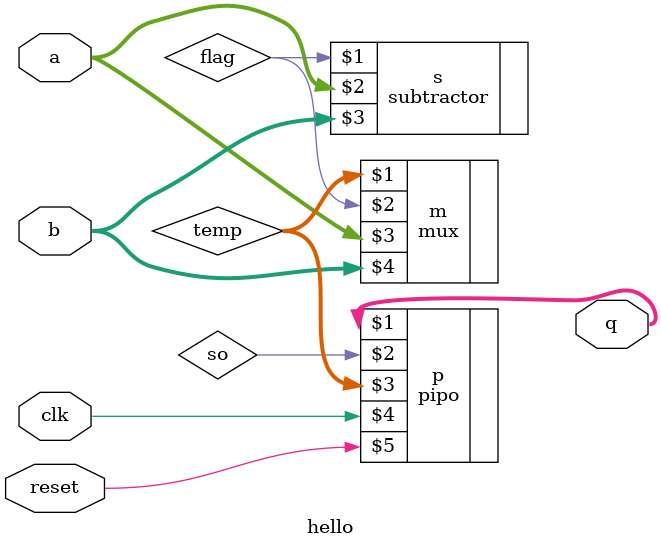
<source format=v>
module hello(q,a,b,clk,reset);
    input clk, reset;
    input [3:0] a,b;
    output [3:0] q;
    wire flag;
    wire [3:0] temp;
    wire so;


    subtractor s(flag, a, b);
    mux m(temp,flag,a,b);
    pipo p(q,so,temp,clk,reset);

endmodule
</source>
